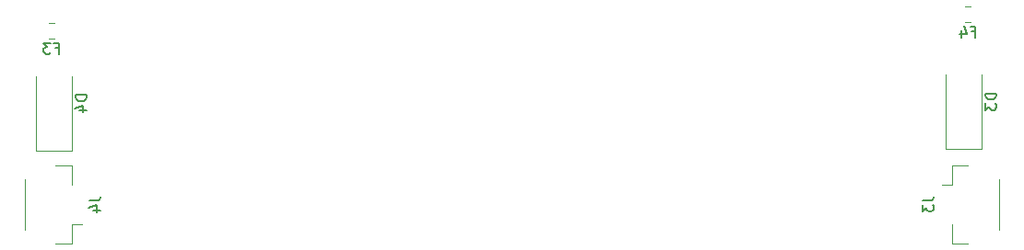
<source format=gbr>
%TF.GenerationSoftware,KiCad,Pcbnew,6.0.4-6f826c9f35~116~ubuntu20.04.1*%
%TF.CreationDate,2022-07-18T09:08:53+00:00*%
%TF.ProjectId,UST2BATTD01A,55535432-4241-4545-9444-3031412e6b69,rev?*%
%TF.SameCoordinates,PX463f660PY87a6900*%
%TF.FileFunction,Legend,Bot*%
%TF.FilePolarity,Positive*%
%FSLAX46Y46*%
G04 Gerber Fmt 4.6, Leading zero omitted, Abs format (unit mm)*
G04 Created by KiCad (PCBNEW 6.0.4-6f826c9f35~116~ubuntu20.04.1) date 2022-07-18 09:08:53*
%MOMM*%
%LPD*%
G01*
G04 APERTURE LIST*
%ADD10C,0.150000*%
%ADD11C,0.120000*%
G04 APERTURE END LIST*
D10*
%TO.C,D4*%
X6635380Y15049096D02*
X5635380Y15049096D01*
X5635380Y14811000D01*
X5683000Y14668143D01*
X5778238Y14572905D01*
X5873476Y14525286D01*
X6063952Y14477667D01*
X6206809Y14477667D01*
X6397285Y14525286D01*
X6492523Y14572905D01*
X6587761Y14668143D01*
X6635380Y14811000D01*
X6635380Y15049096D01*
X5968714Y13620524D02*
X6635380Y13620524D01*
X5587761Y13858620D02*
X6302047Y14096715D01*
X6302047Y13477667D01*
%TO.C,F3*%
X3762333Y19376429D02*
X4095666Y19376429D01*
X4095666Y18852620D02*
X4095666Y19852620D01*
X3619476Y19852620D01*
X3333761Y19852620D02*
X2714714Y19852620D01*
X3048047Y19471667D01*
X2905190Y19471667D01*
X2809952Y19424048D01*
X2762333Y19376429D01*
X2714714Y19281191D01*
X2714714Y19043096D01*
X2762333Y18947858D01*
X2809952Y18900239D01*
X2905190Y18852620D01*
X3190904Y18852620D01*
X3286142Y18900239D01*
X3333761Y18947858D01*
%TO.C,J4*%
X6908380Y5333334D02*
X7622666Y5333334D01*
X7765523Y5380953D01*
X7860761Y5476191D01*
X7908380Y5619048D01*
X7908380Y5714286D01*
X7241714Y4428572D02*
X7908380Y4428572D01*
X6860761Y4666667D02*
X7575047Y4904762D01*
X7575047Y4285715D01*
%TO.C,D3*%
X90201380Y15216096D02*
X89201380Y15216096D01*
X89201380Y14978000D01*
X89249000Y14835143D01*
X89344238Y14739905D01*
X89439476Y14692286D01*
X89629952Y14644667D01*
X89772809Y14644667D01*
X89963285Y14692286D01*
X90058523Y14739905D01*
X90153761Y14835143D01*
X90201380Y14978000D01*
X90201380Y15216096D01*
X89201380Y14311334D02*
X89201380Y13692286D01*
X89582333Y14025620D01*
X89582333Y13882762D01*
X89629952Y13787524D01*
X89677571Y13739905D01*
X89772809Y13692286D01*
X90010904Y13692286D01*
X90106142Y13739905D01*
X90153761Y13787524D01*
X90201380Y13882762D01*
X90201380Y14168477D01*
X90153761Y14263715D01*
X90106142Y14311334D01*
%TO.C,J3*%
X83436380Y5333334D02*
X84150666Y5333334D01*
X84293523Y5380953D01*
X84388761Y5476191D01*
X84436380Y5619048D01*
X84436380Y5714286D01*
X83436380Y4952381D02*
X83436380Y4333334D01*
X83817333Y4666667D01*
X83817333Y4523810D01*
X83864952Y4428572D01*
X83912571Y4380953D01*
X84007809Y4333334D01*
X84245904Y4333334D01*
X84341142Y4380953D01*
X84388761Y4428572D01*
X84436380Y4523810D01*
X84436380Y4809524D01*
X84388761Y4904762D01*
X84341142Y4952381D01*
%TO.C,F4*%
X87963333Y20900429D02*
X88296666Y20900429D01*
X88296666Y20376620D02*
X88296666Y21376620D01*
X87820476Y21376620D01*
X87010952Y21043286D02*
X87010952Y20376620D01*
X87249047Y21424239D02*
X87487142Y20709953D01*
X86868095Y20709953D01*
D11*
%TO.C,D4*%
X5333000Y9911000D02*
X2033000Y9911000D01*
X2033000Y9911000D02*
X2033000Y16811000D01*
X5333000Y9911000D02*
X5333000Y16811000D01*
%TO.C,F3*%
X3167748Y21665000D02*
X3690252Y21665000D01*
X3167748Y20245000D02*
X3690252Y20245000D01*
%TO.C,J4*%
X3816000Y8610000D02*
X5266000Y8610000D01*
X5266000Y3190000D02*
X6256000Y3190000D01*
X996000Y2660000D02*
X996000Y7340000D01*
X5266000Y8610000D02*
X5266000Y6810000D01*
X3816000Y1390000D02*
X5266000Y1390000D01*
X5266000Y1390000D02*
X5266000Y3190000D01*
%TO.C,D3*%
X88899000Y10078000D02*
X85599000Y10078000D01*
X85599000Y10078000D02*
X85599000Y16978000D01*
X88899000Y10078000D02*
X88899000Y16978000D01*
%TO.C,J3*%
X86174000Y1390000D02*
X86174000Y3190000D01*
X90444000Y7340000D02*
X90444000Y2660000D01*
X86174000Y8610000D02*
X86174000Y6810000D01*
X87624000Y8610000D02*
X86174000Y8610000D01*
X86174000Y6810000D02*
X85184000Y6810000D01*
X87624000Y1390000D02*
X86174000Y1390000D01*
%TO.C,F4*%
X87368748Y21769000D02*
X87891252Y21769000D01*
X87368748Y23189000D02*
X87891252Y23189000D01*
%TD*%
M02*

</source>
